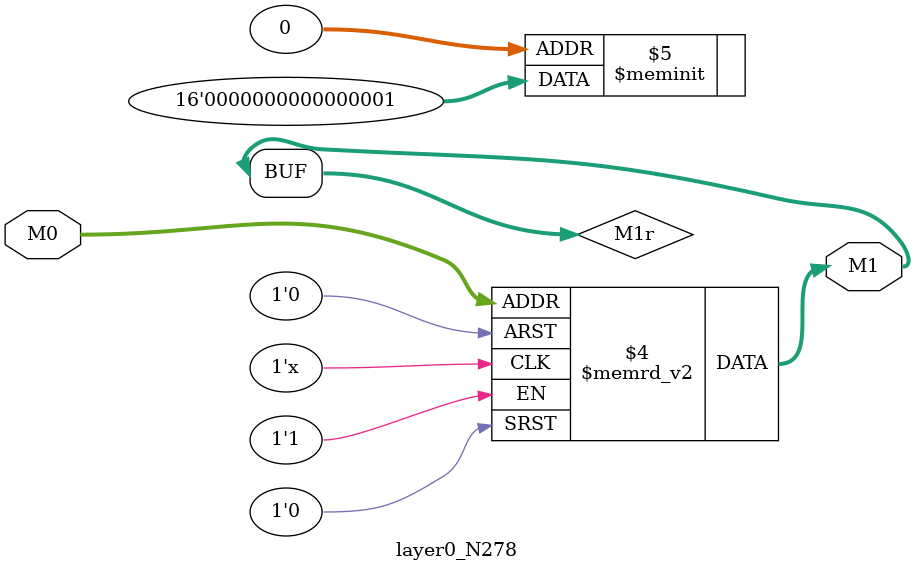
<source format=v>
module layer0_N278 ( input [2:0] M0, output [1:0] M1 );

	(*rom_style = "distributed" *) reg [1:0] M1r;
	assign M1 = M1r;
	always @ (M0) begin
		case (M0)
			3'b000: M1r = 2'b01;
			3'b100: M1r = 2'b00;
			3'b010: M1r = 2'b00;
			3'b110: M1r = 2'b00;
			3'b001: M1r = 2'b00;
			3'b101: M1r = 2'b00;
			3'b011: M1r = 2'b00;
			3'b111: M1r = 2'b00;

		endcase
	end
endmodule

</source>
